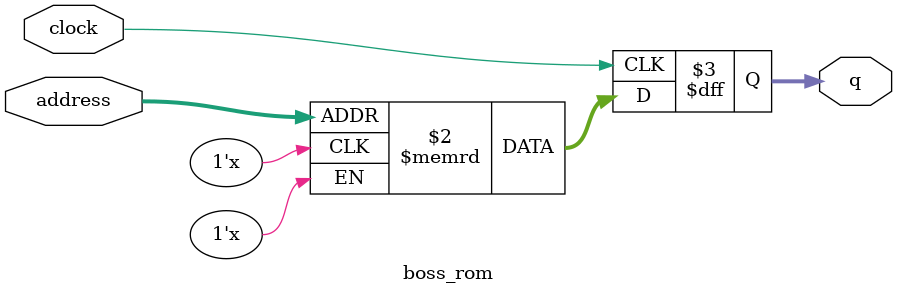
<source format=sv>
module boss_rom (
	input logic clock,
	input logic [15:0] address,
	output logic [3:0] q
);

logic [3:0] memory [0:43199] /* synthesis ram_init_file = "./boss/boss.mif" */;

always_ff @ (posedge clock) begin
	q <= memory[address];
end

endmodule

</source>
